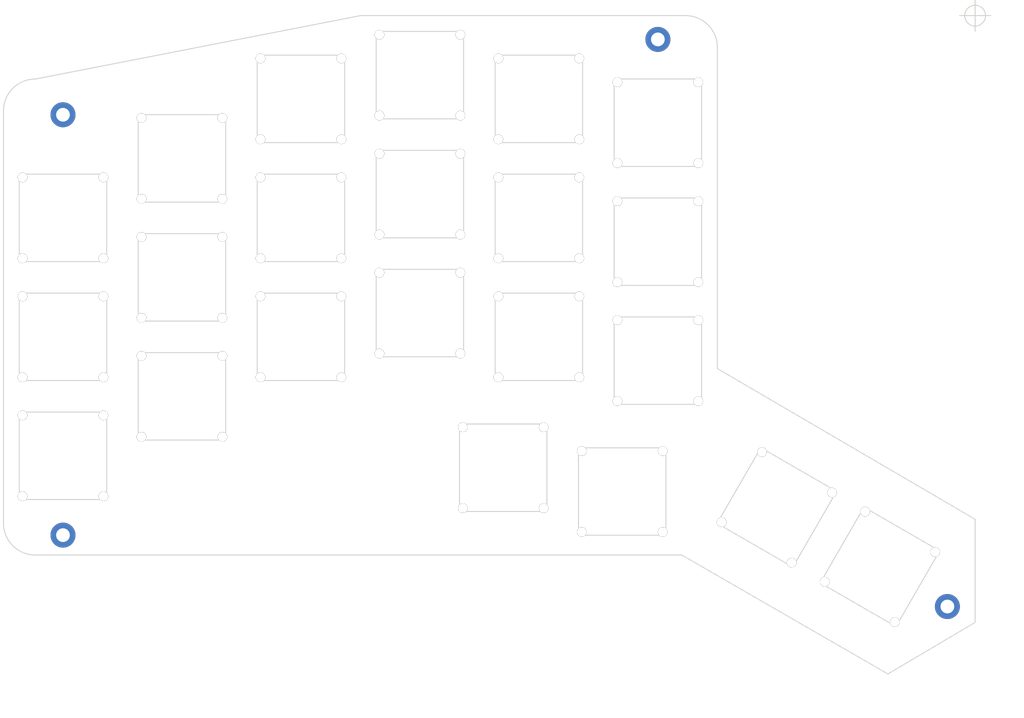
<source format=kicad_pcb>
(kicad_pcb (version 20171130) (host pcbnew 5.0.2-bee76a0~70~ubuntu18.04.1)

  (general
    (thickness 1.6)
    (drawings 16)
    (tracks 0)
    (zones 0)
    (modules 26)
    (nets 1)
  )

  (page A4)
  (layers
    (0 F.Cu signal)
    (31 B.Cu signal)
    (32 B.Adhes user)
    (33 F.Adhes user)
    (34 B.Paste user)
    (35 F.Paste user)
    (36 B.SilkS user)
    (37 F.SilkS user)
    (38 B.Mask user)
    (39 F.Mask user)
    (40 Dwgs.User user)
    (41 Cmts.User user)
    (42 Eco1.User user)
    (43 Eco2.User user)
    (44 Edge.Cuts user)
    (45 Margin user)
    (46 B.CrtYd user)
    (47 F.CrtYd user)
    (48 B.Fab user)
    (49 F.Fab user)
  )

  (setup
    (last_trace_width 0.25)
    (trace_clearance 0.2)
    (zone_clearance 0.508)
    (zone_45_only no)
    (trace_min 0.2)
    (segment_width 0.2)
    (edge_width 0.15)
    (via_size 0.8)
    (via_drill 0.4)
    (via_min_size 0.4)
    (via_min_drill 0.3)
    (uvia_size 0.3)
    (uvia_drill 0.1)
    (uvias_allowed no)
    (uvia_min_size 0.2)
    (uvia_min_drill 0.1)
    (pcb_text_width 0.3)
    (pcb_text_size 1.5 1.5)
    (mod_edge_width 0.15)
    (mod_text_size 1 1)
    (mod_text_width 0.15)
    (pad_size 4 4)
    (pad_drill 2.2)
    (pad_to_mask_clearance 0.051)
    (solder_mask_min_width 0.25)
    (aux_axis_origin 55.88 20.955)
    (grid_origin 55.88 20.955)
    (visible_elements FFFFF7FF)
    (pcbplotparams
      (layerselection 0x010fc_ffffffff)
      (usegerberextensions true)
      (usegerberattributes false)
      (usegerberadvancedattributes false)
      (creategerberjobfile false)
      (excludeedgelayer true)
      (linewidth 0.100000)
      (plotframeref false)
      (viasonmask false)
      (mode 1)
      (useauxorigin false)
      (hpglpennumber 1)
      (hpglpenspeed 20)
      (hpglpendiameter 15.000000)
      (psnegative false)
      (psa4output false)
      (plotreference true)
      (plotvalue true)
      (plotinvisibletext false)
      (padsonsilk false)
      (subtractmaskfromsilk false)
      (outputformat 1)
      (mirror false)
      (drillshape 0)
      (scaleselection 1)
      (outputdirectory "garber"))
  )

  (net 0 "")

  (net_class Default "これはデフォルトのネット クラスです。"
    (clearance 0.2)
    (trace_width 0.25)
    (via_dia 0.8)
    (via_drill 0.4)
    (uvia_dia 0.3)
    (uvia_drill 0.1)
  )

  (net_class POWER ""
    (clearance 0.2)
    (trace_width 0.4)
    (via_dia 0.8)
    (via_drill 0.4)
    (uvia_dia 0.3)
    (uvia_drill 0.1)
  )

  (module footprints:CherryMX_edge_cuts (layer B.Cu) (tedit 5D3889D4) (tstamp 5D38D239)
    (at 156.059841 94.194426)
    (path /5CED6AFE)
    (fp_text reference SW8 (at 7.1 -8.2) (layer B.SilkS) hide
      (effects (font (size 1 1) (thickness 0.15)) (justify mirror))
    )
    (fp_text value SW_PUSH (at -4.8 -8.3) (layer B.Fab) hide
      (effects (font (size 1 1) (thickness 0.15)) (justify mirror))
    )
    (fp_line (start 7 7) (end 7 -7) (layer Edge.Cuts) (width 0.15))
    (fp_line (start -7 7) (end 7 7) (layer Edge.Cuts) (width 0.15))
    (fp_line (start -7 -7) (end 7 -7) (layer Edge.Cuts) (width 0.15))
    (fp_line (start -7 7) (end -7 -7) (layer Edge.Cuts) (width 0.15))
    (fp_line (start -9.525 -9.525) (end -9.525 9.525) (layer Dwgs.User) (width 0.15))
    (fp_line (start 9.525 -9.525) (end -9.525 -9.525) (layer Dwgs.User) (width 0.15))
    (fp_line (start 9.525 9.525) (end 9.525 -9.525) (layer Dwgs.User) (width 0.15))
    (fp_line (start -9.525 9.525) (end 9.525 9.525) (layer Dwgs.User) (width 0.15))
    (pad "" np_thru_hole circle (at 6.477 6.477) (size 1.524 1.524) (drill 1.5) (layers *.Cu *.Mask))
    (pad "" np_thru_hole circle (at -6.477 -6.477) (size 1.524 1.524) (drill 1.5) (layers *.Cu *.Mask))
    (pad "" np_thru_hole circle (at 6.477 -6.477) (size 1.524 1.524) (drill 1.5) (layers *.Cu *.Mask))
    (pad "" np_thru_hole circle (at -6.477 6.477) (size 1.524 1.524) (drill 1.5) (layers *.Cu *.Mask))
  )

  (module footprints:CherryMX_edge_cuts (layer B.Cu) (tedit 5D3889D4) (tstamp 5CEED6CF)
    (at 210.669841 131.024426 60)
    (path /5CED66AF)
    (fp_text reference SW19 (at 7.1 -8.2 60) (layer B.SilkS) hide
      (effects (font (size 1 1) (thickness 0.15)) (justify mirror))
    )
    (fp_text value SW_PUSH (at -4.8 -8.3 60) (layer B.Fab) hide
      (effects (font (size 1 1) (thickness 0.15)) (justify mirror))
    )
    (fp_line (start 7 7) (end 7 -7) (layer Edge.Cuts) (width 0.15))
    (fp_line (start -7 7) (end 7 7) (layer Edge.Cuts) (width 0.15))
    (fp_line (start -7 -7) (end 7 -7) (layer Edge.Cuts) (width 0.15))
    (fp_line (start -7 7) (end -7 -7) (layer Edge.Cuts) (width 0.15))
    (fp_line (start -9.525 -9.525) (end -9.525 9.525) (layer Dwgs.User) (width 0.15))
    (fp_line (start 9.525 -9.525) (end -9.525 -9.525) (layer Dwgs.User) (width 0.15))
    (fp_line (start 9.525 9.525) (end 9.525 -9.525) (layer Dwgs.User) (width 0.15))
    (fp_line (start -9.525 9.525) (end 9.525 9.525) (layer Dwgs.User) (width 0.15))
    (pad "" np_thru_hole circle (at 6.477001 6.477 60) (size 1.524 1.524) (drill 1.5) (layers *.Cu *.Mask))
    (pad "" np_thru_hole circle (at -6.477001 -6.477 60) (size 1.524 1.524) (drill 1.5) (layers *.Cu *.Mask))
    (pad "" np_thru_hole circle (at 6.477 -6.477001 60) (size 1.524 1.524) (drill 1.5) (layers *.Cu *.Mask))
    (pad "" np_thru_hole circle (at -6.477 6.477001 60) (size 1.524 1.524) (drill 1.5) (layers *.Cu *.Mask))
  )

  (module footprints:CherryMX_edge_cuts (layer B.Cu) (tedit 5D3889D4) (tstamp 5CEED78A)
    (at 194.159841 121.499426 60)
    (path /5CED6B1A)
    (fp_text reference SW20 (at 7.1 -8.2 60) (layer B.SilkS) hide
      (effects (font (size 1 1) (thickness 0.15)) (justify mirror))
    )
    (fp_text value SW_PUSH (at -4.8 -8.3 60) (layer B.Fab) hide
      (effects (font (size 1 1) (thickness 0.15)) (justify mirror))
    )
    (fp_line (start 7 7) (end 7 -7) (layer Edge.Cuts) (width 0.15))
    (fp_line (start -7 7) (end 7 7) (layer Edge.Cuts) (width 0.15))
    (fp_line (start -7 -7) (end 7 -7) (layer Edge.Cuts) (width 0.15))
    (fp_line (start -7 7) (end -7 -7) (layer Edge.Cuts) (width 0.15))
    (fp_line (start -9.525 -9.525) (end -9.525 9.525) (layer Dwgs.User) (width 0.15))
    (fp_line (start 9.525 -9.525) (end -9.525 -9.525) (layer Dwgs.User) (width 0.15))
    (fp_line (start 9.525 9.525) (end 9.525 -9.525) (layer Dwgs.User) (width 0.15))
    (fp_line (start -9.525 9.525) (end 9.525 9.525) (layer Dwgs.User) (width 0.15))
    (pad "" np_thru_hole circle (at 6.477001 6.477 60) (size 1.524 1.524) (drill 1.5) (layers *.Cu *.Mask))
    (pad "" np_thru_hole circle (at -6.477001 -6.477 60) (size 1.524 1.524) (drill 1.5) (layers *.Cu *.Mask))
    (pad "" np_thru_hole circle (at 6.477 -6.477001 60) (size 1.524 1.524) (drill 1.5) (layers *.Cu *.Mask))
    (pad "" np_thru_hole circle (at -6.477 6.477001 60) (size 1.524 1.524) (drill 1.5) (layers *.Cu *.Mask))
  )

  (module footprints:CherryMX_edge_cuts (layer B.Cu) (tedit 5D3889D4) (tstamp 5CED9113)
    (at 117.959841 94.194426)
    (path /5CED7BE2)
    (fp_text reference SW16 (at 7.1 -8.2) (layer B.SilkS) hide
      (effects (font (size 1 1) (thickness 0.15)) (justify mirror))
    )
    (fp_text value SW_PUSH (at -4.8 -8.3) (layer B.Fab) hide
      (effects (font (size 1 1) (thickness 0.15)) (justify mirror))
    )
    (fp_line (start 7 7) (end 7 -7) (layer Edge.Cuts) (width 0.15))
    (fp_line (start -7 7) (end 7 7) (layer Edge.Cuts) (width 0.15))
    (fp_line (start -7 -7) (end 7 -7) (layer Edge.Cuts) (width 0.15))
    (fp_line (start -7 7) (end -7 -7) (layer Edge.Cuts) (width 0.15))
    (fp_line (start -9.525 -9.525) (end -9.525 9.525) (layer Dwgs.User) (width 0.15))
    (fp_line (start 9.525 -9.525) (end -9.525 -9.525) (layer Dwgs.User) (width 0.15))
    (fp_line (start 9.525 9.525) (end 9.525 -9.525) (layer Dwgs.User) (width 0.15))
    (fp_line (start -9.525 9.525) (end 9.525 9.525) (layer Dwgs.User) (width 0.15))
    (pad "" np_thru_hole circle (at 6.477 6.477) (size 1.524 1.524) (drill 1.5) (layers *.Cu *.Mask))
    (pad "" np_thru_hole circle (at -6.477 -6.477) (size 1.524 1.524) (drill 1.5) (layers *.Cu *.Mask))
    (pad "" np_thru_hole circle (at 6.477 -6.477) (size 1.524 1.524) (drill 1.5) (layers *.Cu *.Mask))
    (pad "" np_thru_hole circle (at -6.477 6.477) (size 1.524 1.524) (drill 1.5) (layers *.Cu *.Mask))
  )

  (module footprints:CherryMX_edge_cuts (layer B.Cu) (tedit 5D3889D4) (tstamp 5CED8EAB)
    (at 156.059841 75.144426)
    (path /5CED6AFE)
    (fp_text reference SW8 (at 7.1 -8.2) (layer B.SilkS) hide
      (effects (font (size 1 1) (thickness 0.15)) (justify mirror))
    )
    (fp_text value SW_PUSH (at -4.8 -8.3) (layer B.Fab) hide
      (effects (font (size 1 1) (thickness 0.15)) (justify mirror))
    )
    (fp_line (start 7 7) (end 7 -7) (layer Edge.Cuts) (width 0.15))
    (fp_line (start -7 7) (end 7 7) (layer Edge.Cuts) (width 0.15))
    (fp_line (start -7 -7) (end 7 -7) (layer Edge.Cuts) (width 0.15))
    (fp_line (start -7 7) (end -7 -7) (layer Edge.Cuts) (width 0.15))
    (fp_line (start -9.525 -9.525) (end -9.525 9.525) (layer Dwgs.User) (width 0.15))
    (fp_line (start 9.525 -9.525) (end -9.525 -9.525) (layer Dwgs.User) (width 0.15))
    (fp_line (start 9.525 9.525) (end 9.525 -9.525) (layer Dwgs.User) (width 0.15))
    (fp_line (start -9.525 9.525) (end 9.525 9.525) (layer Dwgs.User) (width 0.15))
    (pad "" np_thru_hole circle (at 6.477 6.477) (size 1.524 1.524) (drill 1.5) (layers *.Cu *.Mask))
    (pad "" np_thru_hole circle (at -6.477 -6.477) (size 1.524 1.524) (drill 1.5) (layers *.Cu *.Mask))
    (pad "" np_thru_hole circle (at 6.477 -6.477) (size 1.524 1.524) (drill 1.5) (layers *.Cu *.Mask))
    (pad "" np_thru_hole circle (at -6.477 6.477) (size 1.524 1.524) (drill 1.5) (layers *.Cu *.Mask))
  )

  (module footprints:CherryMX_edge_cuts (layer B.Cu) (tedit 5D3889D4) (tstamp 5CEED900)
    (at 150.344841 115.149426)
    (path /5CED7BF0)
    (fp_text reference SW22 (at 7.1 -8.2) (layer B.SilkS) hide
      (effects (font (size 1 1) (thickness 0.15)) (justify mirror))
    )
    (fp_text value SW_PUSH (at -4.8 -8.3) (layer B.Fab) hide
      (effects (font (size 1 1) (thickness 0.15)) (justify mirror))
    )
    (fp_line (start 7 7) (end 7 -7) (layer Edge.Cuts) (width 0.15))
    (fp_line (start -7 7) (end 7 7) (layer Edge.Cuts) (width 0.15))
    (fp_line (start -7 -7) (end 7 -7) (layer Edge.Cuts) (width 0.15))
    (fp_line (start -7 7) (end -7 -7) (layer Edge.Cuts) (width 0.15))
    (fp_line (start -9.525 -9.525) (end -9.525 9.525) (layer Dwgs.User) (width 0.15))
    (fp_line (start 9.525 -9.525) (end -9.525 -9.525) (layer Dwgs.User) (width 0.15))
    (fp_line (start 9.525 9.525) (end 9.525 -9.525) (layer Dwgs.User) (width 0.15))
    (fp_line (start -9.525 9.525) (end 9.525 9.525) (layer Dwgs.User) (width 0.15))
    (pad "" np_thru_hole circle (at 6.477 6.477) (size 1.524 1.524) (drill 1.5) (layers *.Cu *.Mask))
    (pad "" np_thru_hole circle (at -6.477 -6.477) (size 1.524 1.524) (drill 1.5) (layers *.Cu *.Mask))
    (pad "" np_thru_hole circle (at 6.477 -6.477) (size 1.524 1.524) (drill 1.5) (layers *.Cu *.Mask))
    (pad "" np_thru_hole circle (at -6.477 6.477) (size 1.524 1.524) (drill 1.5) (layers *.Cu *.Mask))
  )

  (module footprints:CherryMX_edge_cuts (layer B.Cu) (tedit 5D3889D4) (tstamp 5CEED845)
    (at 169.394841 118.959426)
    (path /5CED70D2)
    (fp_text reference SW21 (at 7.1 -8.2) (layer B.SilkS) hide
      (effects (font (size 1 1) (thickness 0.15)) (justify mirror))
    )
    (fp_text value SW_PUSH (at -4.8 -8.3) (layer B.Fab) hide
      (effects (font (size 1 1) (thickness 0.15)) (justify mirror))
    )
    (fp_line (start 7 7) (end 7 -7) (layer Edge.Cuts) (width 0.15))
    (fp_line (start -7 7) (end 7 7) (layer Edge.Cuts) (width 0.15))
    (fp_line (start -7 -7) (end 7 -7) (layer Edge.Cuts) (width 0.15))
    (fp_line (start -7 7) (end -7 -7) (layer Edge.Cuts) (width 0.15))
    (fp_line (start -9.525 -9.525) (end -9.525 9.525) (layer Dwgs.User) (width 0.15))
    (fp_line (start 9.525 -9.525) (end -9.525 -9.525) (layer Dwgs.User) (width 0.15))
    (fp_line (start 9.525 9.525) (end 9.525 -9.525) (layer Dwgs.User) (width 0.15))
    (fp_line (start -9.525 9.525) (end 9.525 9.525) (layer Dwgs.User) (width 0.15))
    (pad "" np_thru_hole circle (at 6.477 6.477) (size 1.524 1.524) (drill 1.5) (layers *.Cu *.Mask))
    (pad "" np_thru_hole circle (at -6.477 -6.477) (size 1.524 1.524) (drill 1.5) (layers *.Cu *.Mask))
    (pad "" np_thru_hole circle (at 6.477 -6.477) (size 1.524 1.524) (drill 1.5) (layers *.Cu *.Mask))
    (pad "" np_thru_hole circle (at -6.477 6.477) (size 1.524 1.524) (drill 1.5) (layers *.Cu *.Mask))
  )

  (module footprints:CherryMX_edge_cuts (layer B.Cu) (tedit 5D3889D4) (tstamp 5CED8C90)
    (at 175.109841 59.904426)
    (path /5CED6234)
    (fp_text reference SW1 (at 7.1 -8.2) (layer B.SilkS) hide
      (effects (font (size 1 1) (thickness 0.15)) (justify mirror))
    )
    (fp_text value SW_PUSH (at -4.8 -8.3) (layer B.Fab) hide
      (effects (font (size 1 1) (thickness 0.15)) (justify mirror))
    )
    (fp_line (start 7 7) (end 7 -7) (layer Edge.Cuts) (width 0.15))
    (fp_line (start -7 7) (end 7 7) (layer Edge.Cuts) (width 0.15))
    (fp_line (start -7 -7) (end 7 -7) (layer Edge.Cuts) (width 0.15))
    (fp_line (start -7 7) (end -7 -7) (layer Edge.Cuts) (width 0.15))
    (fp_line (start -9.525 -9.525) (end -9.525 9.525) (layer Dwgs.User) (width 0.15))
    (fp_line (start 9.525 -9.525) (end -9.525 -9.525) (layer Dwgs.User) (width 0.15))
    (fp_line (start 9.525 9.525) (end 9.525 -9.525) (layer Dwgs.User) (width 0.15))
    (fp_line (start -9.525 9.525) (end 9.525 9.525) (layer Dwgs.User) (width 0.15))
    (pad "" np_thru_hole circle (at 6.477 6.477) (size 1.524 1.524) (drill 1.5) (layers *.Cu *.Mask))
    (pad "" np_thru_hole circle (at -6.477 -6.477) (size 1.524 1.524) (drill 1.5) (layers *.Cu *.Mask))
    (pad "" np_thru_hole circle (at 6.477 -6.477) (size 1.524 1.524) (drill 1.5) (layers *.Cu *.Mask))
    (pad "" np_thru_hole circle (at -6.477 6.477) (size 1.524 1.524) (drill 1.5) (layers *.Cu *.Mask))
  )

  (module footprints:CherryMX_edge_cuts (layer B.Cu) (tedit 5D3889D4) (tstamp 5CED8CDD)
    (at 156.059841 56.094426)
    (path /5CED6AF0)
    (fp_text reference SW2 (at 7.1 -8.2) (layer B.SilkS) hide
      (effects (font (size 1 1) (thickness 0.15)) (justify mirror))
    )
    (fp_text value SW_PUSH (at -4.8 -8.3) (layer B.Fab) hide
      (effects (font (size 1 1) (thickness 0.15)) (justify mirror))
    )
    (fp_line (start 7 7) (end 7 -7) (layer Edge.Cuts) (width 0.15))
    (fp_line (start -7 7) (end 7 7) (layer Edge.Cuts) (width 0.15))
    (fp_line (start -7 -7) (end 7 -7) (layer Edge.Cuts) (width 0.15))
    (fp_line (start -7 7) (end -7 -7) (layer Edge.Cuts) (width 0.15))
    (fp_line (start -9.525 -9.525) (end -9.525 9.525) (layer Dwgs.User) (width 0.15))
    (fp_line (start 9.525 -9.525) (end -9.525 -9.525) (layer Dwgs.User) (width 0.15))
    (fp_line (start 9.525 9.525) (end 9.525 -9.525) (layer Dwgs.User) (width 0.15))
    (fp_line (start -9.525 9.525) (end 9.525 9.525) (layer Dwgs.User) (width 0.15))
    (pad "" np_thru_hole circle (at 6.477 6.477) (size 1.524 1.524) (drill 1.5) (layers *.Cu *.Mask))
    (pad "" np_thru_hole circle (at -6.477 -6.477) (size 1.524 1.524) (drill 1.5) (layers *.Cu *.Mask))
    (pad "" np_thru_hole circle (at 6.477 -6.477) (size 1.524 1.524) (drill 1.5) (layers *.Cu *.Mask))
    (pad "" np_thru_hole circle (at -6.477 6.477) (size 1.524 1.524) (drill 1.5) (layers *.Cu *.Mask))
  )

  (module footprints:CherryMX_edge_cuts (layer B.Cu) (tedit 5D3889D4) (tstamp 5CED8D2A)
    (at 137.009841 52.284426)
    (path /5CED70A8)
    (fp_text reference SW3 (at 7.1 -8.2) (layer B.SilkS) hide
      (effects (font (size 1 1) (thickness 0.15)) (justify mirror))
    )
    (fp_text value SW_PUSH (at -4.8 -8.3) (layer B.Fab) hide
      (effects (font (size 1 1) (thickness 0.15)) (justify mirror))
    )
    (fp_line (start 7 7) (end 7 -7) (layer Edge.Cuts) (width 0.15))
    (fp_line (start -7 7) (end 7 7) (layer Edge.Cuts) (width 0.15))
    (fp_line (start -7 -7) (end 7 -7) (layer Edge.Cuts) (width 0.15))
    (fp_line (start -7 7) (end -7 -7) (layer Edge.Cuts) (width 0.15))
    (fp_line (start -9.525 -9.525) (end -9.525 9.525) (layer Dwgs.User) (width 0.15))
    (fp_line (start 9.525 -9.525) (end -9.525 -9.525) (layer Dwgs.User) (width 0.15))
    (fp_line (start 9.525 9.525) (end 9.525 -9.525) (layer Dwgs.User) (width 0.15))
    (fp_line (start -9.525 9.525) (end 9.525 9.525) (layer Dwgs.User) (width 0.15))
    (pad "" np_thru_hole circle (at 6.477 6.477) (size 1.524 1.524) (drill 1.5) (layers *.Cu *.Mask))
    (pad "" np_thru_hole circle (at -6.477 -6.477) (size 1.524 1.524) (drill 1.5) (layers *.Cu *.Mask))
    (pad "" np_thru_hole circle (at 6.477 -6.477) (size 1.524 1.524) (drill 1.5) (layers *.Cu *.Mask))
    (pad "" np_thru_hole circle (at -6.477 6.477) (size 1.524 1.524) (drill 1.5) (layers *.Cu *.Mask))
  )

  (module footprints:CherryMX_edge_cuts (layer B.Cu) (tedit 5D3889D4) (tstamp 5CED8D77)
    (at 117.959841 56.094426)
    (path /5CED7BC6)
    (fp_text reference SW4 (at 7.1 -8.2) (layer B.SilkS) hide
      (effects (font (size 1 1) (thickness 0.15)) (justify mirror))
    )
    (fp_text value SW_PUSH (at -4.8 -8.3) (layer B.Fab) hide
      (effects (font (size 1 1) (thickness 0.15)) (justify mirror))
    )
    (fp_line (start 7 7) (end 7 -7) (layer Edge.Cuts) (width 0.15))
    (fp_line (start -7 7) (end 7 7) (layer Edge.Cuts) (width 0.15))
    (fp_line (start -7 -7) (end 7 -7) (layer Edge.Cuts) (width 0.15))
    (fp_line (start -7 7) (end -7 -7) (layer Edge.Cuts) (width 0.15))
    (fp_line (start -9.525 -9.525) (end -9.525 9.525) (layer Dwgs.User) (width 0.15))
    (fp_line (start 9.525 -9.525) (end -9.525 -9.525) (layer Dwgs.User) (width 0.15))
    (fp_line (start 9.525 9.525) (end 9.525 -9.525) (layer Dwgs.User) (width 0.15))
    (fp_line (start -9.525 9.525) (end 9.525 9.525) (layer Dwgs.User) (width 0.15))
    (pad "" np_thru_hole circle (at 6.477 6.477) (size 1.524 1.524) (drill 1.5) (layers *.Cu *.Mask))
    (pad "" np_thru_hole circle (at -6.477 -6.477) (size 1.524 1.524) (drill 1.5) (layers *.Cu *.Mask))
    (pad "" np_thru_hole circle (at 6.477 -6.477) (size 1.524 1.524) (drill 1.5) (layers *.Cu *.Mask))
    (pad "" np_thru_hole circle (at -6.477 6.477) (size 1.524 1.524) (drill 1.5) (layers *.Cu *.Mask))
  )

  (module footprints:CherryMX_edge_cuts (layer B.Cu) (tedit 5D3889D4) (tstamp 5CED8DC4)
    (at 98.909841 65.619426)
    (path /5CED7BFE)
    (fp_text reference SW5 (at 7.1 -8.2) (layer B.SilkS) hide
      (effects (font (size 1 1) (thickness 0.15)) (justify mirror))
    )
    (fp_text value SW_PUSH (at -4.8 -8.3) (layer B.Fab) hide
      (effects (font (size 1 1) (thickness 0.15)) (justify mirror))
    )
    (fp_line (start 7 7) (end 7 -7) (layer Edge.Cuts) (width 0.15))
    (fp_line (start -7 7) (end 7 7) (layer Edge.Cuts) (width 0.15))
    (fp_line (start -7 -7) (end 7 -7) (layer Edge.Cuts) (width 0.15))
    (fp_line (start -7 7) (end -7 -7) (layer Edge.Cuts) (width 0.15))
    (fp_line (start -9.525 -9.525) (end -9.525 9.525) (layer Dwgs.User) (width 0.15))
    (fp_line (start 9.525 -9.525) (end -9.525 -9.525) (layer Dwgs.User) (width 0.15))
    (fp_line (start 9.525 9.525) (end 9.525 -9.525) (layer Dwgs.User) (width 0.15))
    (fp_line (start -9.525 9.525) (end 9.525 9.525) (layer Dwgs.User) (width 0.15))
    (pad "" np_thru_hole circle (at 6.477 6.477) (size 1.524 1.524) (drill 1.5) (layers *.Cu *.Mask))
    (pad "" np_thru_hole circle (at -6.477 -6.477) (size 1.524 1.524) (drill 1.5) (layers *.Cu *.Mask))
    (pad "" np_thru_hole circle (at 6.477 -6.477) (size 1.524 1.524) (drill 1.5) (layers *.Cu *.Mask))
    (pad "" np_thru_hole circle (at -6.477 6.477) (size 1.524 1.524) (drill 1.5) (layers *.Cu *.Mask))
  )

  (module footprints:CherryMX_edge_cuts (layer B.Cu) (tedit 5D3889D4) (tstamp 5CED8E11)
    (at 79.859841 75.144426)
    (path /5CED7C36)
    (fp_text reference SW6 (at 7.1 -8.2) (layer B.SilkS) hide
      (effects (font (size 1 1) (thickness 0.15)) (justify mirror))
    )
    (fp_text value SW_PUSH (at -4.8 -8.3) (layer B.Fab) hide
      (effects (font (size 1 1) (thickness 0.15)) (justify mirror))
    )
    (fp_line (start 7 7) (end 7 -7) (layer Edge.Cuts) (width 0.15))
    (fp_line (start -7 7) (end 7 7) (layer Edge.Cuts) (width 0.15))
    (fp_line (start -7 -7) (end 7 -7) (layer Edge.Cuts) (width 0.15))
    (fp_line (start -7 7) (end -7 -7) (layer Edge.Cuts) (width 0.15))
    (fp_line (start -9.525 -9.525) (end -9.525 9.525) (layer Dwgs.User) (width 0.15))
    (fp_line (start 9.525 -9.525) (end -9.525 -9.525) (layer Dwgs.User) (width 0.15))
    (fp_line (start 9.525 9.525) (end 9.525 -9.525) (layer Dwgs.User) (width 0.15))
    (fp_line (start -9.525 9.525) (end 9.525 9.525) (layer Dwgs.User) (width 0.15))
    (pad "" np_thru_hole circle (at 6.477 6.477) (size 1.524 1.524) (drill 1.5) (layers *.Cu *.Mask))
    (pad "" np_thru_hole circle (at -6.477 -6.477) (size 1.524 1.524) (drill 1.5) (layers *.Cu *.Mask))
    (pad "" np_thru_hole circle (at 6.477 -6.477) (size 1.524 1.524) (drill 1.5) (layers *.Cu *.Mask))
    (pad "" np_thru_hole circle (at -6.477 6.477) (size 1.524 1.524) (drill 1.5) (layers *.Cu *.Mask))
  )

  (module footprints:CherryMX_edge_cuts (layer B.Cu) (tedit 5D3889D4) (tstamp 5CED8E5E)
    (at 175.109841 78.954426)
    (path /5CED63E7)
    (fp_text reference SW7 (at 7.1 -8.2) (layer B.SilkS) hide
      (effects (font (size 1 1) (thickness 0.15)) (justify mirror))
    )
    (fp_text value SW_PUSH (at -4.8 -8.3) (layer B.Fab) hide
      (effects (font (size 1 1) (thickness 0.15)) (justify mirror))
    )
    (fp_line (start 7 7) (end 7 -7) (layer Edge.Cuts) (width 0.15))
    (fp_line (start -7 7) (end 7 7) (layer Edge.Cuts) (width 0.15))
    (fp_line (start -7 -7) (end 7 -7) (layer Edge.Cuts) (width 0.15))
    (fp_line (start -7 7) (end -7 -7) (layer Edge.Cuts) (width 0.15))
    (fp_line (start -9.525 -9.525) (end -9.525 9.525) (layer Dwgs.User) (width 0.15))
    (fp_line (start 9.525 -9.525) (end -9.525 -9.525) (layer Dwgs.User) (width 0.15))
    (fp_line (start 9.525 9.525) (end 9.525 -9.525) (layer Dwgs.User) (width 0.15))
    (fp_line (start -9.525 9.525) (end 9.525 9.525) (layer Dwgs.User) (width 0.15))
    (pad "" np_thru_hole circle (at 6.477 6.477) (size 1.524 1.524) (drill 1.5) (layers *.Cu *.Mask))
    (pad "" np_thru_hole circle (at -6.477 -6.477) (size 1.524 1.524) (drill 1.5) (layers *.Cu *.Mask))
    (pad "" np_thru_hole circle (at 6.477 -6.477) (size 1.524 1.524) (drill 1.5) (layers *.Cu *.Mask))
    (pad "" np_thru_hole circle (at -6.477 6.477) (size 1.524 1.524) (drill 1.5) (layers *.Cu *.Mask))
  )

  (module footprints:CherryMX_edge_cuts (layer B.Cu) (tedit 5D3889D4) (tstamp 5CED8EF8)
    (at 137.009841 71.334426)
    (path /5CED70B6)
    (fp_text reference SW9 (at 7.1 -8.2) (layer B.SilkS) hide
      (effects (font (size 1 1) (thickness 0.15)) (justify mirror))
    )
    (fp_text value SW_PUSH (at -4.8 -8.3) (layer B.Fab) hide
      (effects (font (size 1 1) (thickness 0.15)) (justify mirror))
    )
    (fp_line (start 7 7) (end 7 -7) (layer Edge.Cuts) (width 0.15))
    (fp_line (start -7 7) (end 7 7) (layer Edge.Cuts) (width 0.15))
    (fp_line (start -7 -7) (end 7 -7) (layer Edge.Cuts) (width 0.15))
    (fp_line (start -7 7) (end -7 -7) (layer Edge.Cuts) (width 0.15))
    (fp_line (start -9.525 -9.525) (end -9.525 9.525) (layer Dwgs.User) (width 0.15))
    (fp_line (start 9.525 -9.525) (end -9.525 -9.525) (layer Dwgs.User) (width 0.15))
    (fp_line (start 9.525 9.525) (end 9.525 -9.525) (layer Dwgs.User) (width 0.15))
    (fp_line (start -9.525 9.525) (end 9.525 9.525) (layer Dwgs.User) (width 0.15))
    (pad "" np_thru_hole circle (at 6.477 6.477) (size 1.524 1.524) (drill 1.5) (layers *.Cu *.Mask))
    (pad "" np_thru_hole circle (at -6.477 -6.477) (size 1.524 1.524) (drill 1.5) (layers *.Cu *.Mask))
    (pad "" np_thru_hole circle (at 6.477 -6.477) (size 1.524 1.524) (drill 1.5) (layers *.Cu *.Mask))
    (pad "" np_thru_hole circle (at -6.477 6.477) (size 1.524 1.524) (drill 1.5) (layers *.Cu *.Mask))
  )

  (module footprints:CherryMX_edge_cuts (layer B.Cu) (tedit 5D3889D4) (tstamp 5CED8F45)
    (at 117.959841 75.144426)
    (path /5CED7BD4)
    (fp_text reference SW10 (at 7.1 -8.2) (layer B.SilkS) hide
      (effects (font (size 1 1) (thickness 0.15)) (justify mirror))
    )
    (fp_text value SW_PUSH (at -4.8 -8.3) (layer B.Fab) hide
      (effects (font (size 1 1) (thickness 0.15)) (justify mirror))
    )
    (fp_line (start 7 7) (end 7 -7) (layer Edge.Cuts) (width 0.15))
    (fp_line (start -7 7) (end 7 7) (layer Edge.Cuts) (width 0.15))
    (fp_line (start -7 -7) (end 7 -7) (layer Edge.Cuts) (width 0.15))
    (fp_line (start -7 7) (end -7 -7) (layer Edge.Cuts) (width 0.15))
    (fp_line (start -9.525 -9.525) (end -9.525 9.525) (layer Dwgs.User) (width 0.15))
    (fp_line (start 9.525 -9.525) (end -9.525 -9.525) (layer Dwgs.User) (width 0.15))
    (fp_line (start 9.525 9.525) (end 9.525 -9.525) (layer Dwgs.User) (width 0.15))
    (fp_line (start -9.525 9.525) (end 9.525 9.525) (layer Dwgs.User) (width 0.15))
    (pad "" np_thru_hole circle (at 6.477 6.477) (size 1.524 1.524) (drill 1.5) (layers *.Cu *.Mask))
    (pad "" np_thru_hole circle (at -6.477 -6.477) (size 1.524 1.524) (drill 1.5) (layers *.Cu *.Mask))
    (pad "" np_thru_hole circle (at 6.477 -6.477) (size 1.524 1.524) (drill 1.5) (layers *.Cu *.Mask))
    (pad "" np_thru_hole circle (at -6.477 6.477) (size 1.524 1.524) (drill 1.5) (layers *.Cu *.Mask))
  )

  (module footprints:CherryMX_edge_cuts (layer B.Cu) (tedit 5D3889D4) (tstamp 5CED8F92)
    (at 98.909841 84.669426)
    (path /5CED7C0C)
    (fp_text reference SW11 (at 7.1 -8.2) (layer B.SilkS) hide
      (effects (font (size 1 1) (thickness 0.15)) (justify mirror))
    )
    (fp_text value SW_PUSH (at -4.8 -8.3) (layer B.Fab) hide
      (effects (font (size 1 1) (thickness 0.15)) (justify mirror))
    )
    (fp_line (start 7 7) (end 7 -7) (layer Edge.Cuts) (width 0.15))
    (fp_line (start -7 7) (end 7 7) (layer Edge.Cuts) (width 0.15))
    (fp_line (start -7 -7) (end 7 -7) (layer Edge.Cuts) (width 0.15))
    (fp_line (start -7 7) (end -7 -7) (layer Edge.Cuts) (width 0.15))
    (fp_line (start -9.525 -9.525) (end -9.525 9.525) (layer Dwgs.User) (width 0.15))
    (fp_line (start 9.525 -9.525) (end -9.525 -9.525) (layer Dwgs.User) (width 0.15))
    (fp_line (start 9.525 9.525) (end 9.525 -9.525) (layer Dwgs.User) (width 0.15))
    (fp_line (start -9.525 9.525) (end 9.525 9.525) (layer Dwgs.User) (width 0.15))
    (pad "" np_thru_hole circle (at 6.477 6.477) (size 1.524 1.524) (drill 1.5) (layers *.Cu *.Mask))
    (pad "" np_thru_hole circle (at -6.477 -6.477) (size 1.524 1.524) (drill 1.5) (layers *.Cu *.Mask))
    (pad "" np_thru_hole circle (at 6.477 -6.477) (size 1.524 1.524) (drill 1.5) (layers *.Cu *.Mask))
    (pad "" np_thru_hole circle (at -6.477 6.477) (size 1.524 1.524) (drill 1.5) (layers *.Cu *.Mask))
  )

  (module footprints:CherryMX_edge_cuts (layer B.Cu) (tedit 5D3889D4) (tstamp 5CED8FDF)
    (at 79.859841 94.194426)
    (path /5CED7C44)
    (fp_text reference SW12 (at 7.1 -8.2) (layer B.SilkS) hide
      (effects (font (size 1 1) (thickness 0.15)) (justify mirror))
    )
    (fp_text value SW_PUSH (at -4.8 -8.3) (layer B.Fab) hide
      (effects (font (size 1 1) (thickness 0.15)) (justify mirror))
    )
    (fp_line (start 7 7) (end 7 -7) (layer Edge.Cuts) (width 0.15))
    (fp_line (start -7 7) (end 7 7) (layer Edge.Cuts) (width 0.15))
    (fp_line (start -7 -7) (end 7 -7) (layer Edge.Cuts) (width 0.15))
    (fp_line (start -7 7) (end -7 -7) (layer Edge.Cuts) (width 0.15))
    (fp_line (start -9.525 -9.525) (end -9.525 9.525) (layer Dwgs.User) (width 0.15))
    (fp_line (start 9.525 -9.525) (end -9.525 -9.525) (layer Dwgs.User) (width 0.15))
    (fp_line (start 9.525 9.525) (end 9.525 -9.525) (layer Dwgs.User) (width 0.15))
    (fp_line (start -9.525 9.525) (end 9.525 9.525) (layer Dwgs.User) (width 0.15))
    (pad "" np_thru_hole circle (at 6.477 6.477) (size 1.524 1.524) (drill 1.5) (layers *.Cu *.Mask))
    (pad "" np_thru_hole circle (at -6.477 -6.477) (size 1.524 1.524) (drill 1.5) (layers *.Cu *.Mask))
    (pad "" np_thru_hole circle (at 6.477 -6.477) (size 1.524 1.524) (drill 1.5) (layers *.Cu *.Mask))
    (pad "" np_thru_hole circle (at -6.477 6.477) (size 1.524 1.524) (drill 1.5) (layers *.Cu *.Mask))
  )

  (module footprints:CherryMX_edge_cuts (layer B.Cu) (tedit 5D3889D4) (tstamp 5CED902C)
    (at 175.109841 98.004426)
    (path /5CED6479)
    (fp_text reference SW13 (at 7.1 -8.2) (layer B.SilkS) hide
      (effects (font (size 1 1) (thickness 0.15)) (justify mirror))
    )
    (fp_text value SW_PUSH (at -4.8 -8.3) (layer B.Fab) hide
      (effects (font (size 1 1) (thickness 0.15)) (justify mirror))
    )
    (fp_line (start 7 7) (end 7 -7) (layer Edge.Cuts) (width 0.15))
    (fp_line (start -7 7) (end 7 7) (layer Edge.Cuts) (width 0.15))
    (fp_line (start -7 -7) (end 7 -7) (layer Edge.Cuts) (width 0.15))
    (fp_line (start -7 7) (end -7 -7) (layer Edge.Cuts) (width 0.15))
    (fp_line (start -9.525 -9.525) (end -9.525 9.525) (layer Dwgs.User) (width 0.15))
    (fp_line (start 9.525 -9.525) (end -9.525 -9.525) (layer Dwgs.User) (width 0.15))
    (fp_line (start 9.525 9.525) (end 9.525 -9.525) (layer Dwgs.User) (width 0.15))
    (fp_line (start -9.525 9.525) (end 9.525 9.525) (layer Dwgs.User) (width 0.15))
    (pad "" np_thru_hole circle (at 6.477 6.477) (size 1.524 1.524) (drill 1.5) (layers *.Cu *.Mask))
    (pad "" np_thru_hole circle (at -6.477 -6.477) (size 1.524 1.524) (drill 1.5) (layers *.Cu *.Mask))
    (pad "" np_thru_hole circle (at 6.477 -6.477) (size 1.524 1.524) (drill 1.5) (layers *.Cu *.Mask))
    (pad "" np_thru_hole circle (at -6.477 6.477) (size 1.524 1.524) (drill 1.5) (layers *.Cu *.Mask))
  )

  (module footprints:CherryMX_edge_cuts (layer B.Cu) (tedit 5D3889D4) (tstamp 5CED90C6)
    (at 137.009841 90.384426)
    (path /5CED70C4)
    (fp_text reference SW15 (at 7.1 -8.2) (layer B.SilkS) hide
      (effects (font (size 1 1) (thickness 0.15)) (justify mirror))
    )
    (fp_text value SW_PUSH (at -4.8 -8.3) (layer B.Fab) hide
      (effects (font (size 1 1) (thickness 0.15)) (justify mirror))
    )
    (fp_line (start 7 7) (end 7 -7) (layer Edge.Cuts) (width 0.15))
    (fp_line (start -7 7) (end 7 7) (layer Edge.Cuts) (width 0.15))
    (fp_line (start -7 -7) (end 7 -7) (layer Edge.Cuts) (width 0.15))
    (fp_line (start -7 7) (end -7 -7) (layer Edge.Cuts) (width 0.15))
    (fp_line (start -9.525 -9.525) (end -9.525 9.525) (layer Dwgs.User) (width 0.15))
    (fp_line (start 9.525 -9.525) (end -9.525 -9.525) (layer Dwgs.User) (width 0.15))
    (fp_line (start 9.525 9.525) (end 9.525 -9.525) (layer Dwgs.User) (width 0.15))
    (fp_line (start -9.525 9.525) (end 9.525 9.525) (layer Dwgs.User) (width 0.15))
    (pad "" np_thru_hole circle (at 6.477 6.477) (size 1.524 1.524) (drill 1.5) (layers *.Cu *.Mask))
    (pad "" np_thru_hole circle (at -6.477 -6.477) (size 1.524 1.524) (drill 1.5) (layers *.Cu *.Mask))
    (pad "" np_thru_hole circle (at 6.477 -6.477) (size 1.524 1.524) (drill 1.5) (layers *.Cu *.Mask))
    (pad "" np_thru_hole circle (at -6.477 6.477) (size 1.524 1.524) (drill 1.5) (layers *.Cu *.Mask))
  )

  (module footprints:CherryMX_edge_cuts (layer B.Cu) (tedit 5D3889D4) (tstamp 5CED9160)
    (at 98.909841 103.719426)
    (path /5CED7C1A)
    (fp_text reference SW17 (at 7.1 -8.2) (layer B.SilkS) hide
      (effects (font (size 1 1) (thickness 0.15)) (justify mirror))
    )
    (fp_text value SW_PUSH (at -4.8 -8.3) (layer B.Fab) hide
      (effects (font (size 1 1) (thickness 0.15)) (justify mirror))
    )
    (fp_line (start 7 7) (end 7 -7) (layer Edge.Cuts) (width 0.15))
    (fp_line (start -7 7) (end 7 7) (layer Edge.Cuts) (width 0.15))
    (fp_line (start -7 -7) (end 7 -7) (layer Edge.Cuts) (width 0.15))
    (fp_line (start -7 7) (end -7 -7) (layer Edge.Cuts) (width 0.15))
    (fp_line (start -9.525 -9.525) (end -9.525 9.525) (layer Dwgs.User) (width 0.15))
    (fp_line (start 9.525 -9.525) (end -9.525 -9.525) (layer Dwgs.User) (width 0.15))
    (fp_line (start 9.525 9.525) (end 9.525 -9.525) (layer Dwgs.User) (width 0.15))
    (fp_line (start -9.525 9.525) (end 9.525 9.525) (layer Dwgs.User) (width 0.15))
    (pad "" np_thru_hole circle (at 6.477 6.477) (size 1.524 1.524) (drill 1.5) (layers *.Cu *.Mask))
    (pad "" np_thru_hole circle (at -6.477 -6.477) (size 1.524 1.524) (drill 1.5) (layers *.Cu *.Mask))
    (pad "" np_thru_hole circle (at 6.477 -6.477) (size 1.524 1.524) (drill 1.5) (layers *.Cu *.Mask))
    (pad "" np_thru_hole circle (at -6.477 6.477) (size 1.524 1.524) (drill 1.5) (layers *.Cu *.Mask))
  )

  (module footprints:CherryMX_edge_cuts (layer B.Cu) (tedit 5D3889D4) (tstamp 5CED91AD)
    (at 79.859841 113.244426)
    (path /5CED7C52)
    (fp_text reference SW18 (at 7.1 -8.2) (layer B.SilkS) hide
      (effects (font (size 1 1) (thickness 0.15)) (justify mirror))
    )
    (fp_text value SW_PUSH (at -4.8 -8.3) (layer B.Fab) hide
      (effects (font (size 1 1) (thickness 0.15)) (justify mirror))
    )
    (fp_line (start 7 7) (end 7 -7) (layer Edge.Cuts) (width 0.15))
    (fp_line (start -7 7) (end 7 7) (layer Edge.Cuts) (width 0.15))
    (fp_line (start -7 -7) (end 7 -7) (layer Edge.Cuts) (width 0.15))
    (fp_line (start -7 7) (end -7 -7) (layer Edge.Cuts) (width 0.15))
    (fp_line (start -9.525 -9.525) (end -9.525 9.525) (layer Dwgs.User) (width 0.15))
    (fp_line (start 9.525 -9.525) (end -9.525 -9.525) (layer Dwgs.User) (width 0.15))
    (fp_line (start 9.525 9.525) (end 9.525 -9.525) (layer Dwgs.User) (width 0.15))
    (fp_line (start -9.525 9.525) (end 9.525 9.525) (layer Dwgs.User) (width 0.15))
    (pad "" np_thru_hole circle (at 6.477 6.477) (size 1.524 1.524) (drill 1.5) (layers *.Cu *.Mask))
    (pad "" np_thru_hole circle (at -6.477 -6.477) (size 1.524 1.524) (drill 1.5) (layers *.Cu *.Mask))
    (pad "" np_thru_hole circle (at 6.477 -6.477) (size 1.524 1.524) (drill 1.5) (layers *.Cu *.Mask))
    (pad "" np_thru_hole circle (at -6.477 6.477) (size 1.524 1.524) (drill 1.5) (layers *.Cu *.Mask))
  )

  (module kbd:HOLE (layer B.Cu) (tedit 5D3887D0) (tstamp 5CEEC9B6)
    (at 175.109841 46.569426 180)
    (descr "Mounting Hole 2.2mm, no annular, M2")
    (tags "mounting hole 2.2mm no annular m2")
    (attr virtual)
    (fp_text reference Ref1 (at 0 3.2 180) (layer B.Fab)
      (effects (font (size 1 1) (thickness 0.15)) (justify mirror))
    )
    (fp_text value Val** (at 0 -3.2 180) (layer B.Fab)
      (effects (font (size 1 1) (thickness 0.15)) (justify mirror))
    )
    (fp_text user %R (at 0.3 0 180) (layer B.Fab)
      (effects (font (size 1 1) (thickness 0.15)) (justify mirror))
    )
    (fp_circle (center 0 0) (end 2.2 0) (layer Cmts.User) (width 0.15))
    (fp_circle (center 0 0) (end 2.45 0) (layer B.CrtYd) (width 0.05))
    (pad "" np_thru_hole circle (at 0 0 180) (size 4 4) (drill 2.2) (layers *.Cu *.Mask))
  )

  (module kbd:HOLE (layer B.Cu) (tedit 5D3887BF) (tstamp 5CEEC9B6)
    (at 221.464841 137.374426 180)
    (descr "Mounting Hole 2.2mm, no annular, M2")
    (tags "mounting hole 2.2mm no annular m2")
    (attr virtual)
    (fp_text reference Ref3 (at 0 3.2 180) (layer B.Fab)
      (effects (font (size 1 1) (thickness 0.15)) (justify mirror))
    )
    (fp_text value Val** (at 0 -3.2 180) (layer B.Fab)
      (effects (font (size 1 1) (thickness 0.15)) (justify mirror))
    )
    (fp_text user %R (at 0.3 0 180) (layer B.Fab)
      (effects (font (size 1 1) (thickness 0.15)) (justify mirror))
    )
    (fp_circle (center 0 0) (end 2.2 0) (layer Cmts.User) (width 0.15))
    (fp_circle (center 0 0) (end 2.45 0) (layer B.CrtYd) (width 0.05))
    (pad "" np_thru_hole circle (at 0 0 180) (size 4 4) (drill 2.2) (layers *.Cu *.Mask))
  )

  (module kbd:HOLE (layer B.Cu) (tedit 5D3887C6) (tstamp 5CEEC9B6)
    (at 79.859841 125.944426 180)
    (descr "Mounting Hole 2.2mm, no annular, M2")
    (tags "mounting hole 2.2mm no annular m2")
    (attr virtual)
    (fp_text reference Ref5 (at 0 3.2 180) (layer B.Fab)
      (effects (font (size 1 1) (thickness 0.15)) (justify mirror))
    )
    (fp_text value Val** (at 0 -3.2 180) (layer B.Fab)
      (effects (font (size 1 1) (thickness 0.15)) (justify mirror))
    )
    (fp_text user %R (at 0.3 0 180) (layer B.Fab)
      (effects (font (size 1 1) (thickness 0.15)) (justify mirror))
    )
    (fp_circle (center 0 0) (end 2.2 0) (layer Cmts.User) (width 0.15))
    (fp_circle (center 0 0) (end 2.45 0) (layer B.CrtYd) (width 0.05))
    (pad "" np_thru_hole circle (at 0 0 180) (size 4 4) (drill 2.2) (layers *.Cu *.Mask))
  )

  (module kbd:HOLE (layer B.Cu) (tedit 5D3887CB) (tstamp 5CEEBC53)
    (at 79.859841 58.634426 180)
    (descr "Mounting Hole 2.2mm, no annular, M2")
    (tags "mounting hole 2.2mm no annular m2")
    (attr virtual)
    (fp_text reference Ref2 (at 0 3.2 180) (layer B.Fab)
      (effects (font (size 1 1) (thickness 0.15)) (justify mirror))
    )
    (fp_text value Val** (at 0 -3.2 180) (layer B.Fab)
      (effects (font (size 1 1) (thickness 0.15)) (justify mirror))
    )
    (fp_circle (center 0 0) (end 2.45 0) (layer B.CrtYd) (width 0.05))
    (fp_circle (center 0 0) (end 2.2 0) (layer Cmts.User) (width 0.15))
    (fp_text user %R (at 0.3 0 180) (layer B.Fab)
      (effects (font (size 1 1) (thickness 0.15)) (justify mirror))
    )
    (pad "" np_thru_hole circle (at 0 0 180) (size 4 4) (drill 2.2) (layers *.Cu *.Mask))
  )

  (gr_poly (pts (xy 184.785 99.06) (xy 226.06 123.19) (xy 226.06 140.335) (xy 212.09 148.59) (xy 178.435 129.54) (xy 69.85 129.54) (xy 69.85 53.34) (xy 127.635 42.545) (xy 184.785 42.545)) (layer F.Mask) (width 0.15))
  (gr_arc (start 179.554841 47.839426) (end 179.554841 42.759426) (angle 90) (layer Edge.Cuts) (width 0.15))
  (gr_line (start 184.634841 99.274426) (end 184.634841 47.839426) (layer Edge.Cuts) (width 0.15) (tstamp 5D389ED3))
  (gr_line (start 225.909841 123.404426) (end 184.634841 99.274426) (layer Edge.Cuts) (width 0.15) (tstamp 5D389ED3))
  (target plus (at 225.909841 42.759426) (size 5) (width 0.15) (layer Edge.Cuts))
  (gr_line (start 211.939841 148.169426) (end 225.909841 139.914426) (layer Edge.Cuts) (width 0.15) (tstamp 5D2E91DF))
  (dimension 155.575 (width 0.3) (layer Dwgs.User)
    (gr_text "155.575 mm" (at 148.122341 156.619426) (layer Dwgs.User)
      (effects (font (size 1.5 1.5) (thickness 0.3)))
    )
    (feature1 (pts (xy 70.334841 138.644426) (xy 70.334841 155.105847)))
    (feature2 (pts (xy 225.909841 138.644426) (xy 225.909841 155.105847)))
    (crossbar (pts (xy 225.909841 154.519426) (xy 70.334841 154.519426)))
    (arrow1a (pts (xy 70.334841 154.519426) (xy 71.461345 155.105847)))
    (arrow1b (pts (xy 70.334841 154.519426) (xy 71.461345 153.933005)))
    (arrow2a (pts (xy 225.909841 154.519426) (xy 224.783337 155.105847)))
    (arrow2b (pts (xy 225.909841 154.519426) (xy 224.783337 153.933005)))
  )
  (gr_arc (start 75.414841 57.999426) (end 70.334841 57.999426) (angle 90) (layer Edge.Cuts) (width 0.15))
  (gr_arc (start 75.414841 124.039426) (end 75.414841 129.119426) (angle 90) (layer Edge.Cuts) (width 0.15))
  (dimension 105.41 (width 0.3) (layer Dwgs.User)
    (gr_text "105.410 mm" (at 231.819841 95.464426 -90) (layer Dwgs.User)
      (effects (font (size 1.5 1.5) (thickness 0.3)))
    )
    (feature1 (pts (xy 211.939841 148.169426) (xy 230.306262 148.169426)))
    (feature2 (pts (xy 211.939841 42.759426) (xy 230.306262 42.759426)))
    (crossbar (pts (xy 229.719841 42.759426) (xy 229.719841 148.169426)))
    (arrow1a (pts (xy 229.719841 148.169426) (xy 230.306262 147.042922)))
    (arrow1b (pts (xy 229.719841 148.169426) (xy 229.13342 147.042922)))
    (arrow2a (pts (xy 229.719841 42.759426) (xy 230.306262 43.88593)))
    (arrow2b (pts (xy 229.719841 42.759426) (xy 229.13342 43.88593)))
  )
  (gr_line (start 225.909841 139.914426) (end 225.909841 123.404426) (layer Edge.Cuts) (width 0.15))
  (gr_line (start 178.919841 129.119426) (end 211.939841 148.169426) (layer Edge.Cuts) (width 0.15))
  (gr_line (start 75.414841 129.119426) (end 178.919841 129.119426) (layer Edge.Cuts) (width 0.15))
  (gr_line (start 70.334841 57.999426) (end 70.334841 124.039426) (layer Edge.Cuts) (width 0.15))
  (gr_line (start 127.484841 42.759426) (end 75.414841 52.919426) (layer Edge.Cuts) (width 0.15))
  (gr_line (start 179.554841 42.759426) (end 127.484841 42.759426) (layer Edge.Cuts) (width 0.15))

)

</source>
